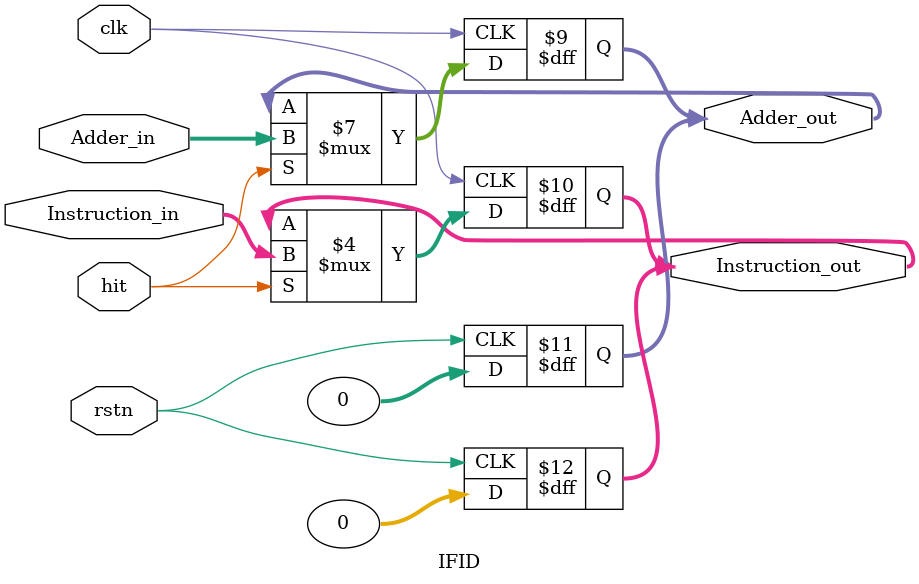
<source format=v>
`timescale 1ns / 1ps

module IFID(Adder_in,
                   Instruction_in,
                   Adder_out,
                   Instruction_out,
                   hit,
                   clk,
                   rstn);
   input [31:0] Adder_in;
   input [31:0] Instruction_in;
   input hit, clk, rstn;
   
   output reg [31:0] Adder_out;
   output reg [31:0] Instruction_out;
   
   always @(negedge rstn) begin
       Instruction_out = 0;
       Adder_out = 0;
   end

   always @(negedge clk) begin
       if (hit) begin
           Adder_out = Adder_in;
           Instruction_out = Instruction_in;
       end
   end

endmodule // main

</source>
